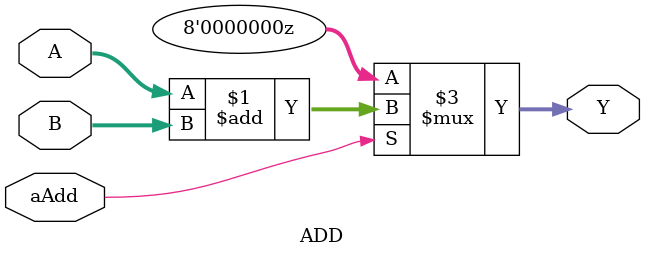
<source format=v>
module ADD(
	Y,
	A,
	B,
	aAdd
);

output wire [7:0] Y;
input wire [3:0] A;
input wire [3:0] B;
input wire aAdd;

assign Y = (aAdd)? A+B : 1'bz;

endmodule

</source>
